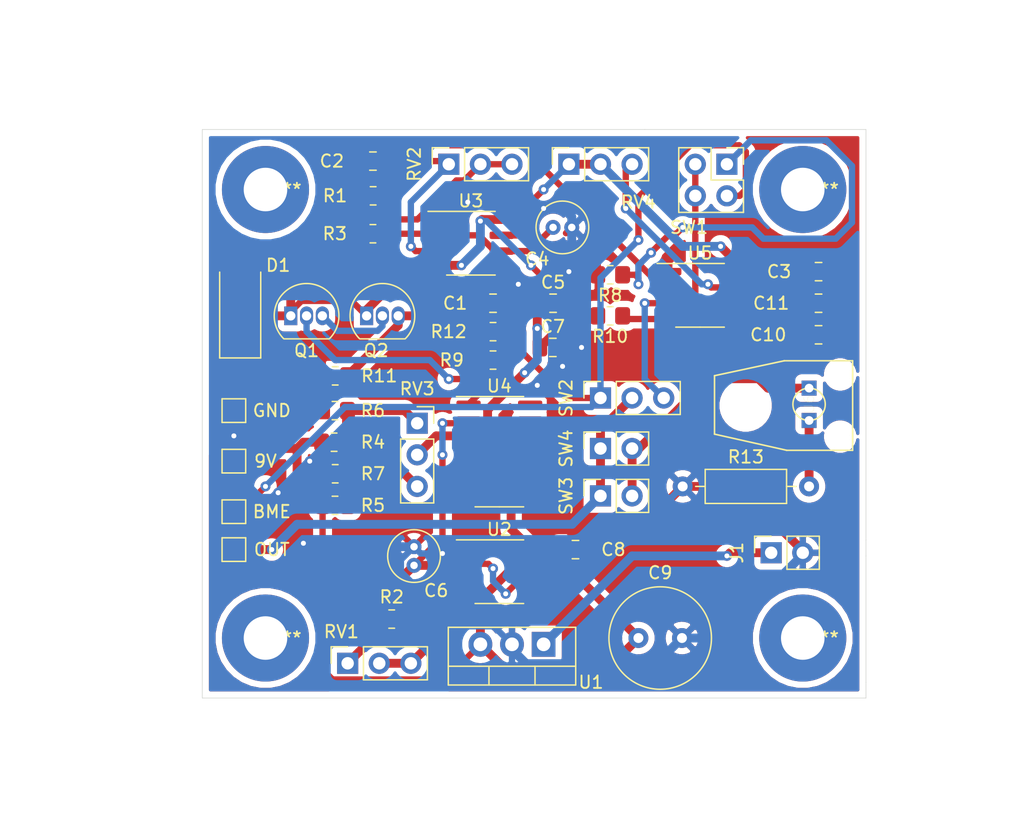
<source format=kicad_pcb>
(kicad_pcb (version 20171130) (host pcbnew "(5.1.9)-1")
  (layers (0 F.Cu signal) (31 B.Cu signal) (34 B.Paste user) (35 F.Paste user) (36 B.SilkS user) (37 F.SilkS user) (38 B.Mask user) (39 F.Mask user) (44 Edge.Cuts user))
  (net 0 "")
  (net 1 +9V)
  (net 2 "Net-(C1-Pad1)")
  (net 3 GND)
  (net 4 "Net-(C4-Pad1)")
  (net 5 "Net-(C6-Pad1)")
  (net 6 "Net-(C10-Pad1)")
  (net 7 "Net-(J1-Pad1)")
  (net 8 BME)
  (net 9 "Net-(Q1-Pad3)")
  (net 10 "Net-(Q1-Pad2)")
  (net 11 "Net-(Q2-Pad3)")
  (net 12 "Net-(U2-Pad7)")
  (net 13 "Net-(U2-Pad5)")
  (net 14 "Net-(C11-Pad2)")
  (net 15 "Net-(C2-Pad2)")
  (net 16 "Net-(C2-Pad1)")
  (net 17 "Net-(R2-Pad1)")
  (net 18 "Net-(R3-Pad1)")
  (net 19 "Net-(R4-Pad2)")
  (net 20 "Net-(R5-Pad1)")
  (net 21 "Net-(R8-Pad1)")
  (net 22 "Net-(R9-Pad1)")
  (net 23 "Net-(R10-Pad1)")
  (net 24 "Net-(R13-Pad2)")
  (net 25 "Net-(RV1-Pad2)")
  (net 26 "Net-(RV3-Pad2)")
  (net 27 OUT)
  (net 28 "Net-(SW3-Pad2)")
  (net 29 "Net-(SW2-Pad3)")
  (module MountingHole:MountingHole_3.5mm_Pad (layer F.Cu) (at 177.8 79.756)
    (fp_text reference REF** (at 0.762 0) (layer F.SilkS))
    (fp_text value MountingHole_3.5mm_Pad)
    (pad 1 thru_hole circle (at 0 0) (size 7 7) (drill 3.5) (layers *.Cu *.Mask))
  )
  (module MountingHole:MountingHole_3.5mm_Pad (layer F.Cu) (at 177.8 115.824)
    (fp_text reference REF** (at 0.762 0) (layer F.SilkS))
    (fp_text value MountingHole_3.5mm_Pad)
    (pad 1 thru_hole circle (at 0 0) (size 7 7) (drill 3.5) (layers *.Cu *.Mask))
  )
  (module MountingHole:MountingHole_3.5mm_Pad (layer F.Cu) (at 220.98 115.824)
    (fp_text reference REF** (at 0.762 0) (layer F.SilkS))
    (fp_text value MountingHole_3.5mm_Pad)
    (pad 1 thru_hole circle (at 0 0) (size 7 7) (drill 3.5) (layers *.Cu *.Mask))
  )
  (module MountingHole:MountingHole_3.5mm_Pad (layer F.Cu) (at 220.98 79.756)
    (fp_text reference REF** (at 0.762 0) (layer F.SilkS))
    (fp_text value MountingHole_3.5mm_Pad)
    (pad 1 thru_hole circle (at 0 0) (size 7 7) (drill 3.5) (layers *.Cu *.Mask))
  )
  (module Connector_PinSocket_2.54mm:PinSocket_1x02_P2.54mm_Vertical (layer F.Cu) (at 204.724 104.394 90)
    (fp_text reference SW3 (at 0 -2.77 90) (layer F.SilkS))
    (fp_text value BUTTON)
    (pad 2 thru_hole oval (at 0 2.54 90) (size 1.7 1.7) (drill 1) (layers *.Cu *.Mask) (net 28 "Net-(SW3-Pad2)"))
    (pad 1 thru_hole rect (at 0 0 90) (size 1.7 1.7) (drill 1) (layers *.Cu *.Mask) (net 27 OUT))
  )
  (module Capacitor_THT:C_Radial_D4.0mm_H7.0mm_P1.50mm (layer F.Cu) (at 200.914 82.804)
    (fp_text reference C4 (at -1.27 2.54) (layer F.SilkS))
    (fp_text value 1uF)
    (pad 2 thru_hole circle (at 1.5 0) (size 1.2 1.2) (drill 0.6) (layers *.Cu *.Mask) (net 3 GND))
    (pad 1 thru_hole circle (at 0 0) (size 1.2 1.2) (drill 0.6) (layers *.Cu *.Mask) (net 4 "Net-(C4-Pad1)"))
  )
  (module Package_TO_SOT_THT:TO-92_Inline (layer F.Cu) (at 185.928 89.916)
    (fp_text reference Q2 (at 0.762 2.794) (layer F.SilkS))
    (fp_text value BC337)
    (pad 1 thru_hole rect (at 0 0) (size 1.05 1.5) (drill 0.75) (layers *.Cu *.Mask) (net 1 +9V))
    (pad 3 thru_hole oval (at 2.54 0) (size 1.05 1.5) (drill 0.75) (layers *.Cu *.Mask) (net 11 "Net-(Q2-Pad3)"))
    (pad 2 thru_hole oval (at 1.27 0) (size 1.05 1.5) (drill 0.75) (layers *.Cu *.Mask) (net 9 "Net-(Q1-Pad3)"))
  )
  (module myfootprints:OPTO-TRANSMITTER (layer F.Cu) (at 221.488 97.028 270)
    (fp_text reference U6 (at 0 0 90) (layer F.SilkS) (effects (font (size 0.787402 0.787402) (thickness 0.015))))
    (fp_text value IFE91A)
    (pad None np_thru_hole circle (at 0.1 5.1 270) (size 3.2 3.2) (drill 3.2) (layers *.Cu *.Mask))
    (pad None np_thru_hole circle (at 2.6 -2.5 270) (size 1.6 1.6) (drill 1.6) (layers *.Cu *.Mask))
    (pad None np_thru_hole circle (at -2.4 -2.5 270) (size 1.6 1.6) (drill 1.6) (layers *.Cu *.Mask))
    (pad P$1 thru_hole rect (at 1.3 0 270) (size 1.208 1.208) (drill 0.7) (layers *.Cu *.Mask) (net 24 "Net-(R13-Pad2)"))
    (pad P$2 thru_hole rect (at -1.3 0 270) (size 1.208 1.208) (drill 0.7) (layers *.Cu *.Mask) (net 28 "Net-(SW3-Pad2)"))
  )
  (module TestPoint:TestPoint_Pad_1.5x1.5mm (layer F.Cu) (at 175.26 108.712 90)
    (fp_text reference OUT (at 0 3.048 180) (layer F.SilkS))
    (fp_text value OUT)
    (pad 1 smd rect (at 0 0 90) (size 1.5 1.5) (layers F.Cu F.Mask) (net 27 OUT))
  )
  (module TestPoint:TestPoint_Pad_1.5x1.5mm (layer F.Cu) (at 175.26 105.664)
    (fp_text reference BME (at 3.048 0) (layer F.SilkS))
    (fp_text value BME)
    (pad 1 smd rect (at 0 0) (size 1.5 1.5) (layers F.Cu F.Mask) (net 8 BME))
  )
  (module TestPoint:TestPoint_Pad_1.5x1.5mm (layer F.Cu) (at 175.26 101.6)
    (fp_text reference 9V (at 2.54 0) (layer F.SilkS))
    (fp_text value 9V)
    (pad 1 smd rect (at 0 0) (size 1.5 1.5) (layers F.Cu F.Mask) (net 1 +9V))
  )
  (module TestPoint:TestPoint_Pad_1.5x1.5mm (layer F.Cu) (at 175.26 97.536)
    (fp_text reference GND (at 3.048 0) (layer F.SilkS))
    (fp_text value GND)
    (pad 1 smd rect (at 0 0) (size 1.5 1.5) (layers F.Cu F.Mask) (net 3 GND))
  )
  (module Connector_PinSocket_2.54mm:PinSocket_1x02_P2.54mm_Vertical (layer F.Cu) (at 204.724 100.584 90)
    (fp_text reference SW4 (at 0 -2.77 90) (layer F.SilkS))
    (fp_text value SW)
    (pad 2 thru_hole oval (at 0 2.54 90) (size 1.7 1.7) (drill 1) (layers *.Cu *.Mask) (net 28 "Net-(SW3-Pad2)"))
    (pad 1 thru_hole rect (at 0 0 90) (size 1.7 1.7) (drill 1) (layers *.Cu *.Mask) (net 27 OUT))
  )
  (module Connector_PinSocket_2.54mm:PinSocket_1x03_P2.54mm_Vertical (layer F.Cu) (at 204.724 96.52 90)
    (fp_text reference SW2 (at 0 -2.77 90) (layer F.SilkS))
    (fp_text value SW_DPDT_x2)
    (pad 3 thru_hole oval (at 0 5.08 90) (size 1.7 1.7) (drill 1) (layers *.Cu *.Mask) (net 29 "Net-(SW2-Pad3)"))
    (pad 2 thru_hole oval (at 0 2.54 90) (size 1.7 1.7) (drill 1) (layers *.Cu *.Mask) (net 27 OUT))
    (pad 1 thru_hole rect (at 0 0 90) (size 1.7 1.7) (drill 1) (layers *.Cu *.Mask) (net 8 BME))
  )
  (module Connector_PinSocket_2.54mm:PinSocket_2x02_P2.54mm_Vertical (layer F.Cu) (at 214.884 77.724)
    (fp_text reference SW1 (at -3.048 5.08) (layer F.SilkS))
    (fp_text value SW_DPST)
    (pad 4 thru_hole oval (at -2.54 2.54) (size 1.7 1.7) (drill 1) (layers *.Cu *.Mask) (net 23 "Net-(R10-Pad1)"))
    (pad 3 thru_hole oval (at 0 2.54) (size 1.7 1.7) (drill 1) (layers *.Cu *.Mask) (net 8 BME))
    (pad 2 thru_hole oval (at -2.54 0) (size 1.7 1.7) (drill 1) (layers *.Cu *.Mask) (net 23 "Net-(R10-Pad1)"))
    (pad 1 thru_hole rect (at 0 0) (size 1.7 1.7) (drill 1) (layers *.Cu *.Mask) (net 21 "Net-(R8-Pad1)"))
  )
  (module Connector_PinSocket_2.54mm:PinSocket_1x03_P2.54mm_Vertical (layer F.Cu) (at 202.184 77.724 90)
    (fp_text reference RV4 (at -3.048 5.588 180) (layer F.SilkS))
    (fp_text value 5k)
    (pad 3 thru_hole oval (at 0 5.08 90) (size 1.7 1.7) (drill 1) (layers *.Cu *.Mask) (net 14 "Net-(C11-Pad2)"))
    (pad 2 thru_hole oval (at 0 2.54 90) (size 1.7 1.7) (drill 1) (layers *.Cu *.Mask) (net 1 +9V))
    (pad 1 thru_hole rect (at 0 0 90) (size 1.7 1.7) (drill 1) (layers *.Cu *.Mask) (net 1 +9V))
  )
  (module Connector_PinSocket_2.54mm:PinSocket_1x03_P2.54mm_Vertical (layer F.Cu) (at 189.992 98.552)
    (fp_text reference RV3 (at 0 -2.77) (layer F.SilkS))
    (fp_text value 10k)
    (pad 3 thru_hole oval (at 0 5.08) (size 1.7 1.7) (drill 1) (layers *.Cu *.Mask) (net 20 "Net-(R5-Pad1)"))
    (pad 2 thru_hole oval (at 0 2.54) (size 1.7 1.7) (drill 1) (layers *.Cu *.Mask) (net 26 "Net-(RV3-Pad2)"))
    (pad 1 thru_hole rect (at 0 0) (size 1.7 1.7) (drill 1) (layers *.Cu *.Mask) (net 19 "Net-(R4-Pad2)"))
  )
  (module Connector_PinSocket_2.54mm:PinSocket_1x03_P2.54mm_Vertical (layer F.Cu) (at 192.532 77.724 90)
    (fp_text reference RV2 (at 0 -2.77 90) (layer F.SilkS))
    (fp_text value 50k)
    (pad 3 thru_hole oval (at 0 5.08 90) (size 1.7 1.7) (drill 1) (layers *.Cu *.Mask) (net 18 "Net-(R3-Pad1)"))
    (pad 2 thru_hole oval (at 0 2.54 90) (size 1.7 1.7) (drill 1) (layers *.Cu *.Mask) (net 18 "Net-(R3-Pad1)"))
    (pad 1 thru_hole rect (at 0 0 90) (size 1.7 1.7) (drill 1) (layers *.Cu *.Mask) (net 15 "Net-(C2-Pad2)"))
  )
  (module Connector_PinSocket_2.54mm:PinSocket_1x03_P2.54mm_Vertical (layer F.Cu) (at 184.404 117.856 90)
    (fp_text reference RV1 (at 2.54 -0.508 180) (layer F.SilkS))
    (fp_text value 5k)
    (pad 3 thru_hole oval (at 0 5.08 90) (size 1.7 1.7) (drill 1) (layers *.Cu *.Mask) (net 25 "Net-(RV1-Pad2)"))
    (pad 2 thru_hole oval (at 0 2.54 90) (size 1.7 1.7) (drill 1) (layers *.Cu *.Mask) (net 25 "Net-(RV1-Pad2)"))
    (pad 1 thru_hole rect (at 0 0 90) (size 1.7 1.7) (drill 1) (layers *.Cu *.Mask) (net 17 "Net-(R2-Pad1)"))
  )
  (module Resistor_THT:R_Axial_DIN0207_L6.3mm_D2.5mm_P10.16mm_Horizontal (layer F.Cu) (at 211.328 103.632)
    (fp_text reference R13 (at 5.08 -2.37) (layer F.SilkS))
    (fp_text value R)
    (pad 2 thru_hole oval (at 10.16 0) (size 1.6 1.6) (drill 0.8) (layers *.Cu *.Mask) (net 24 "Net-(R13-Pad2)"))
    (pad 1 thru_hole circle (at 0 0) (size 1.6 1.6) (drill 0.8) (layers *.Cu *.Mask) (net 3 GND))
  )
  (module Resistor_SMD:R_0805_2012Metric_Pad1.20x1.40mm_HandSolder (layer F.Cu) (at 205.502 89.916 180)
    (fp_text reference R10 (at 0 -1.65) (layer F.SilkS))
    (fp_text value 100k)
    (pad 2 smd roundrect (at 1 0 180) (size 1.2 1.4) (layers F.Cu F.Paste F.Mask) (roundrect_rratio 0.208333) (net 1 +9V))
    (pad 1 smd roundrect (at -1 0 180) (size 1.2 1.4) (layers F.Cu F.Paste F.Mask) (roundrect_rratio 0.208333) (net 23 "Net-(R10-Pad1)"))
  )
  (module Resistor_SMD:R_0805_2012Metric_Pad1.20x1.40mm_HandSolder (layer F.Cu) (at 183.404 102.616)
    (fp_text reference R7 (at 3.032 0) (layer F.SilkS))
    (fp_text value 2k)
    (pad 2 smd roundrect (at 1 0) (size 1.2 1.4) (layers F.Cu F.Paste F.Mask) (roundrect_rratio 0.208333) (net 20 "Net-(R5-Pad1)"))
    (pad 1 smd roundrect (at -1 0) (size 1.2 1.4) (layers F.Cu F.Paste F.Mask) (roundrect_rratio 0.208333) (net 3 GND))
  )
  (module Resistor_SMD:R_0805_2012Metric_Pad1.20x1.40mm_HandSolder (layer F.Cu) (at 183.388 97.536 180)
    (fp_text reference R6 (at -3.048 0) (layer F.SilkS))
    (fp_text value 1.1k)
    (pad 2 smd roundrect (at 1 0 180) (size 1.2 1.4) (layers F.Cu F.Paste F.Mask) (roundrect_rratio 0.208333) (net 3 GND))
    (pad 1 smd roundrect (at -1 0 180) (size 1.2 1.4) (layers F.Cu F.Paste F.Mask) (roundrect_rratio 0.208333) (net 19 "Net-(R4-Pad2)"))
  )
  (module Resistor_SMD:R_0805_2012Metric_Pad1.20x1.40mm_HandSolder (layer F.Cu) (at 183.388 105.156 180)
    (fp_text reference R5 (at -3.048 0) (layer F.SilkS))
    (fp_text value 3.3k)
    (pad 2 smd roundrect (at 1 0 180) (size 1.2 1.4) (layers F.Cu F.Paste F.Mask) (roundrect_rratio 0.208333) (net 1 +9V))
    (pad 1 smd roundrect (at -1 0 180) (size 1.2 1.4) (layers F.Cu F.Paste F.Mask) (roundrect_rratio 0.208333) (net 20 "Net-(R5-Pad1)"))
  )
  (module Resistor_SMD:R_0805_2012Metric_Pad1.20x1.40mm_HandSolder (layer F.Cu) (at 183.314 100.076)
    (fp_text reference R4 (at 3.122 0) (layer F.SilkS))
    (fp_text value 2.2k)
    (pad 2 smd roundrect (at 1 0) (size 1.2 1.4) (layers F.Cu F.Paste F.Mask) (roundrect_rratio 0.208333) (net 19 "Net-(R4-Pad2)"))
    (pad 1 smd roundrect (at -1 0) (size 1.2 1.4) (layers F.Cu F.Paste F.Mask) (roundrect_rratio 0.208333) (net 1 +9V))
  )
  (module Capacitor_SMD:C_0805_2012Metric_Pad1.18x1.45mm_HandSolder (layer F.Cu) (at 196.088 88.9)
    (fp_text reference C1 (at -3.048 0) (layer F.SilkS))
    (fp_text value 10nF)
    (pad 2 smd roundrect (at 1.0375 0) (size 1.175 1.45) (layers F.Cu F.Paste F.Mask) (roundrect_rratio 0.212766) (net 3 GND))
    (pad 1 smd roundrect (at -1.0375 0) (size 1.175 1.45) (layers F.Cu F.Paste F.Mask) (roundrect_rratio 0.212766) (net 2 "Net-(C1-Pad1)"))
  )
  (module Diode_SMD:D_SMA_Handsoldering (layer F.Cu) (at 175.768 88.9 90)
    (fp_text reference D1 (at 3.048 3.048 180) (layer F.SilkS))
    (fp_text value 1n4007)
    (pad 2 smd rect (at 2.5 0 90) (size 3.5 1.8) (layers F.Cu F.Paste F.Mask) (net 16 "Net-(C2-Pad1)"))
    (pad 1 smd rect (at -2.5 0 90) (size 3.5 1.8) (layers F.Cu F.Paste F.Mask) (net 1 +9V))
  )
  (module Package_SO:SOIC-8_3.9x4.9mm_P1.27mm (layer F.Cu) (at 212.725 88.265)
    (fp_text reference U5 (at 0 -3.4) (layer F.SilkS))
    (fp_text value NE555D)
    (pad 8 smd roundrect (at 2.475 -1.905) (size 1.95 0.6) (layers F.Cu F.Paste F.Mask) (net 1 +9V))
    (pad 7 smd roundrect (at 2.475 -0.635) (size 1.95 0.6) (layers F.Cu F.Paste F.Mask) (net 14 "Net-(C11-Pad2)"))
    (pad 6 smd roundrect (at 2.475 0.635) (size 1.95 0.6) (layers F.Cu F.Paste F.Mask) (net 14 "Net-(C11-Pad2)"))
    (pad 5 smd roundrect (at 2.475 1.905) (size 1.95 0.6) (layers F.Cu F.Paste F.Mask) (net 6 "Net-(C10-Pad1)"))
    (pad 4 smd roundrect (at -2.475 1.905) (size 1.95 0.6) (layers F.Cu F.Paste F.Mask) (net 23 "Net-(R10-Pad1)"))
    (pad 3 smd roundrect (at -2.475 0.635) (size 1.95 0.6) (layers F.Cu F.Paste F.Mask) (net 29 "Net-(SW2-Pad3)"))
    (pad 2 smd roundrect (at -2.475 -0.635) (size 1.95 0.6) (layers F.Cu F.Paste F.Mask) (net 16 "Net-(C2-Pad1)"))
    (pad 1 smd roundrect (at -2.475 -1.905) (size 1.95 0.6) (layers F.Cu F.Paste F.Mask) (net 3 GND))
  )
  (module Package_SO:SOIC-14_3.9x8.7mm_P1.27mm (layer F.Cu) (at 196.596 100.838)
    (fp_text reference U4 (at 0 -5.28) (layer F.SilkS))
    (fp_text value LM324)
    (pad 14 smd roundrect (at 2.475 -3.81) (size 1.95 0.6) (layers F.Cu F.Paste F.Mask))
    (pad 13 smd roundrect (at 2.475 -2.54) (size 1.95 0.6) (layers F.Cu F.Paste F.Mask))
    (pad 12 smd roundrect (at 2.475 -1.27) (size 1.95 0.6) (layers F.Cu F.Paste F.Mask))
    (pad 11 smd roundrect (at 2.475 0) (size 1.95 0.6) (layers F.Cu F.Paste F.Mask) (net 3 GND))
    (pad 10 smd roundrect (at 2.475 1.27) (size 1.95 0.6) (layers F.Cu F.Paste F.Mask))
    (pad 9 smd roundrect (at 2.475 2.54) (size 1.95 0.6) (layers F.Cu F.Paste F.Mask))
    (pad 8 smd roundrect (at 2.475 3.81) (size 1.95 0.6) (layers F.Cu F.Paste F.Mask))
    (pad 7 smd roundrect (at -2.475 3.81) (size 1.95 0.6) (layers F.Cu F.Paste F.Mask))
    (pad 6 smd roundrect (at -2.475 2.54) (size 1.95 0.6) (layers F.Cu F.Paste F.Mask))
    (pad 5 smd roundrect (at -2.475 1.27) (size 1.95 0.6) (layers F.Cu F.Paste F.Mask))
    (pad 4 smd roundrect (at -2.475 0) (size 1.95 0.6) (layers F.Cu F.Paste F.Mask) (net 1 +9V))
    (pad 3 smd roundrect (at -2.475 -1.27) (size 1.95 0.6) (layers F.Cu F.Paste F.Mask) (net 26 "Net-(RV3-Pad2)"))
    (pad 2 smd roundrect (at -2.475 -2.54) (size 1.95 0.6) (layers F.Cu F.Paste F.Mask) (net 5 "Net-(C6-Pad1)"))
    (pad 1 smd roundrect (at -2.475 -3.81) (size 1.95 0.6) (layers F.Cu F.Paste F.Mask) (net 22 "Net-(R9-Pad1)"))
  )
  (module Package_SO:SOIC-8_3.9x4.9mm_P1.27mm (layer F.Cu) (at 194.31 84.074)
    (fp_text reference U3 (at 0 -3.4) (layer F.SilkS))
    (fp_text value NE555D)
    (pad 8 smd roundrect (at 2.475 -1.905) (size 1.95 0.6) (layers F.Cu F.Paste F.Mask) (net 1 +9V))
    (pad 7 smd roundrect (at 2.475 -0.635) (size 1.95 0.6) (layers F.Cu F.Paste F.Mask) (net 3 GND))
    (pad 6 smd roundrect (at 2.475 0.635) (size 1.95 0.6) (layers F.Cu F.Paste F.Mask) (net 4 "Net-(C4-Pad1)"))
    (pad 5 smd roundrect (at 2.475 1.905) (size 1.95 0.6) (layers F.Cu F.Paste F.Mask) (net 2 "Net-(C1-Pad1)"))
    (pad 4 smd roundrect (at -2.475 1.905) (size 1.95 0.6) (layers F.Cu F.Paste F.Mask) (net 1 +9V))
    (pad 3 smd roundrect (at -2.475 0.635) (size 1.95 0.6) (layers F.Cu F.Paste F.Mask) (net 15 "Net-(C2-Pad2)"))
    (pad 2 smd roundrect (at -2.475 -0.635) (size 1.95 0.6) (layers F.Cu F.Paste F.Mask) (net 4 "Net-(C4-Pad1)"))
    (pad 1 smd roundrect (at -2.475 -1.905) (size 1.95 0.6) (layers F.Cu F.Paste F.Mask) (net 3 GND))
  )
  (module Package_SO:SOIC-8_3.9x4.9mm_P1.27mm (layer F.Cu) (at 196.596 110.49)
    (fp_text reference U2 (at 0 -3.4) (layer F.SilkS))
    (fp_text value NE555D)
    (pad 8 smd roundrect (at 2.475 -1.905) (size 1.95 0.6) (layers F.Cu F.Paste F.Mask) (net 1 +9V))
    (pad 7 smd roundrect (at 2.475 -0.635) (size 1.95 0.6) (layers F.Cu F.Paste F.Mask) (net 12 "Net-(U2-Pad7)"))
    (pad 6 smd roundrect (at 2.475 0.635) (size 1.95 0.6) (layers F.Cu F.Paste F.Mask) (net 5 "Net-(C6-Pad1)"))
    (pad 5 smd roundrect (at 2.475 1.905) (size 1.95 0.6) (layers F.Cu F.Paste F.Mask) (net 13 "Net-(U2-Pad5)"))
    (pad 4 smd roundrect (at -2.475 1.905) (size 1.95 0.6) (layers F.Cu F.Paste F.Mask) (net 1 +9V))
    (pad 3 smd roundrect (at -2.475 0.635) (size 1.95 0.6) (layers F.Cu F.Paste F.Mask) (net 25 "Net-(RV1-Pad2)"))
    (pad 2 smd roundrect (at -2.475 -0.635) (size 1.95 0.6) (layers F.Cu F.Paste F.Mask) (net 5 "Net-(C6-Pad1)"))
    (pad 1 smd roundrect (at -2.475 -1.905) (size 1.95 0.6) (layers F.Cu F.Paste F.Mask) (net 3 GND))
  )
  (module Package_TO_SOT_THT:TO-220-3_Vertical (layer F.Cu) (at 200.152 116.332 180)
    (fp_text reference U1 (at -3.81 -3.048) (layer F.SilkS))
    (fp_text value LM7809_TO220)
    (pad 3 thru_hole oval (at 5.08 0 180) (size 1.905 2) (drill 1.1) (layers *.Cu *.Mask) (net 1 +9V))
    (pad 2 thru_hole oval (at 2.54 0 180) (size 1.905 2) (drill 1.1) (layers *.Cu *.Mask) (net 3 GND))
    (pad 1 thru_hole rect (at 0 0 180) (size 1.905 2) (drill 1.1) (layers *.Cu *.Mask) (net 7 "Net-(J1-Pad1)"))
  )
  (module Resistor_SMD:R_0805_2012Metric_Pad1.20x1.40mm_HandSolder (layer F.Cu) (at 196.088 91.186)
    (fp_text reference R12 (at -3.572 0) (layer F.SilkS))
    (fp_text value 1k)
    (pad 2 smd roundrect (at 1 0) (size 1.2 1.4) (layers F.Cu F.Paste F.Mask) (roundrect_rratio 0.2083325) (net 8 BME))
    (pad 1 smd roundrect (at -1 0) (size 1.2 1.4) (layers F.Cu F.Paste F.Mask) (roundrect_rratio 0.2083325) (net 11 "Net-(Q2-Pad3)"))
  )
  (module Resistor_SMD:R_0805_2012Metric_Pad1.20x1.40mm_HandSolder (layer F.Cu) (at 183.404 94.742)
    (fp_text reference R11 (at 3.54 0) (layer F.SilkS))
    (fp_text value 22k)
    (pad 2 smd roundrect (at 1 0) (size 1.2 1.4) (layers F.Cu F.Paste F.Mask) (roundrect_rratio 0.2083325) (net 11 "Net-(Q2-Pad3)"))
    (pad 1 smd roundrect (at -1 0) (size 1.2 1.4) (layers F.Cu F.Paste F.Mask) (roundrect_rratio 0.2083325) (net 3 GND))
  )
  (module Resistor_SMD:R_0805_2012Metric_Pad1.20x1.40mm_HandSolder (layer F.Cu) (at 196.088 93.472 180)
    (fp_text reference R9 (at 3.318 0) (layer F.SilkS))
    (fp_text value 100R)
    (pad 2 smd roundrect (at 1 0 180) (size 1.2 1.4) (layers F.Cu F.Paste F.Mask) (roundrect_rratio 0.2083325) (net 10 "Net-(Q1-Pad2)"))
    (pad 1 smd roundrect (at -1 0 180) (size 1.2 1.4) (layers F.Cu F.Paste F.Mask) (roundrect_rratio 0.2083325) (net 22 "Net-(R9-Pad1)"))
  )
  (module Resistor_SMD:R_0805_2012Metric_Pad1.20x1.40mm_HandSolder (layer F.Cu) (at 205.502 86.614 180)
    (fp_text reference R8 (at 0 -1.65) (layer F.SilkS))
    (fp_text value 1k)
    (pad 2 smd roundrect (at 1 0 180) (size 1.2 1.4) (layers F.Cu F.Paste F.Mask) (roundrect_rratio 0.2083325) (net 3 GND))
    (pad 1 smd roundrect (at -1 0 180) (size 1.2 1.4) (layers F.Cu F.Paste F.Mask) (roundrect_rratio 0.2083325) (net 21 "Net-(R8-Pad1)"))
  )
  (module Resistor_SMD:R_0805_2012Metric_Pad1.20x1.40mm_HandSolder (layer F.Cu) (at 186.436 83.312)
    (fp_text reference R3 (at -3.064 0) (layer F.SilkS))
    (fp_text value 6.8k)
    (pad 2 smd roundrect (at 1 0) (size 1.2 1.4) (layers F.Cu F.Paste F.Mask) (roundrect_rratio 0.2083325) (net 4 "Net-(C4-Pad1)"))
    (pad 1 smd roundrect (at -1 0) (size 1.2 1.4) (layers F.Cu F.Paste F.Mask) (roundrect_rratio 0.2083325) (net 18 "Net-(R3-Pad1)"))
  )
  (module Resistor_SMD:R_0805_2012Metric_Pad1.20x1.40mm_HandSolder (layer F.Cu) (at 186.452 80.264)
    (fp_text reference R1 (at -3.064 0) (layer F.SilkS))
    (fp_text value 1k)
    (pad 2 smd roundrect (at 1 0) (size 1.2 1.4) (layers F.Cu F.Paste F.Mask) (roundrect_rratio 0.2083325) (net 16 "Net-(C2-Pad1)"))
    (pad 1 smd roundrect (at -1 0) (size 1.2 1.4) (layers F.Cu F.Paste F.Mask) (roundrect_rratio 0.2083325) (net 1 +9V))
  )
  (module Resistor_SMD:R_0805_2012Metric_Pad1.20x1.40mm_HandSolder (layer F.Cu) (at 187.944 114.3 180)
    (fp_text reference R2 (at 0 1.778) (layer F.SilkS))
    (fp_text value 4.7k)
    (pad 2 smd roundrect (at 1 0 180) (size 1.2 1.4) (layers F.Cu F.Paste F.Mask) (roundrect_rratio 0.2083325) (net 5 "Net-(C6-Pad1)"))
    (pad 1 smd roundrect (at -1 0 180) (size 1.2 1.4) (layers F.Cu F.Paste F.Mask) (roundrect_rratio 0.2083325) (net 17 "Net-(R2-Pad1)"))
  )
  (module Package_TO_SOT_THT:TO-92_Inline (layer F.Cu) (at 179.832 89.916)
    (fp_text reference Q1 (at 1.27 2.794) (layer F.SilkS))
    (fp_text value BC337)
    (pad 1 thru_hole rect (at 0 0) (size 1.05 1.5) (drill 0.75) (layers *.Cu *.Mask) (net 1 +9V))
    (pad 3 thru_hole oval (at 2.54 0) (size 1.05 1.5) (drill 0.75) (layers *.Cu *.Mask) (net 9 "Net-(Q1-Pad3)"))
    (pad 2 thru_hole oval (at 1.27 0) (size 1.05 1.5) (drill 0.75) (layers *.Cu *.Mask) (net 10 "Net-(Q1-Pad2)"))
  )
  (module Connector_PinSocket_2.54mm:PinSocket_1x02_P2.54mm_Vertical (layer F.Cu) (at 218.44 108.966 90)
    (fp_text reference J1 (at 0 -2.77 90) (layer F.SilkS))
    (fp_text value POWER)
    (pad 2 thru_hole oval (at 0 2.54 90) (size 1.7 1.7) (drill 1) (layers *.Cu *.Mask) (net 3 GND))
    (pad 1 thru_hole rect (at 0 0 90) (size 1.7 1.7) (drill 1) (layers *.Cu *.Mask) (net 7 "Net-(J1-Pad1)"))
  )
  (module Capacitor_SMD:C_0805_2012Metric_Pad1.18x1.45mm_HandSolder (layer F.Cu) (at 222.25 88.9 180)
    (fp_text reference C11 (at 3.81 0) (layer F.SilkS))
    (fp_text value 47nF)
    (pad 2 smd roundrect (at 1.0375 0 180) (size 1.175 1.45) (layers F.Cu F.Paste F.Mask) (roundrect_rratio 0.2127659574468085) (net 14 "Net-(C11-Pad2)"))
    (pad 1 smd roundrect (at -1.0375 0 180) (size 1.175 1.45) (layers F.Cu F.Paste F.Mask) (roundrect_rratio 0.2127659574468085) (net 3 GND))
  )
  (module Capacitor_SMD:C_0805_2012Metric_Pad1.18x1.45mm_HandSolder (layer F.Cu) (at 222.25 91.44)
    (fp_text reference C10 (at -4.0425 0) (layer F.SilkS))
    (fp_text value 100nF)
    (pad 2 smd roundrect (at 1.0375 0) (size 1.175 1.45) (layers F.Cu F.Paste F.Mask) (roundrect_rratio 0.2127659574468085) (net 3 GND))
    (pad 1 smd roundrect (at -1.0375 0) (size 1.175 1.45) (layers F.Cu F.Paste F.Mask) (roundrect_rratio 0.2127659574468085) (net 6 "Net-(C10-Pad1)"))
  )
  (module Capacitor_THT:C_Radial_D8.0mm_H11.5mm_P3.50mm (layer F.Cu) (at 207.772 115.824)
    (fp_text reference C9 (at 1.75 -5.25) (layer F.SilkS))
    (fp_text value 100uF)
    (pad 2 thru_hole circle (at 3.5 0) (size 1.6 1.6) (drill 0.8) (layers *.Cu *.Mask) (net 3 GND))
    (pad 1 thru_hole circle (at 0 0) (size 1.6 1.6) (drill 0.8) (layers *.Cu *.Mask) (net 1 +9V))
  )
  (module Capacitor_SMD:C_0805_2012Metric_Pad1.18x1.45mm_HandSolder (layer F.Cu) (at 202.7135 108.712)
    (fp_text reference C8 (at 3.048 0) (layer F.SilkS))
    (fp_text value 100nF)
    (pad 2 smd roundrect (at 1.0375 0) (size 1.175 1.45) (layers F.Cu F.Paste F.Mask) (roundrect_rratio 0.2127659574468085) (net 3 GND))
    (pad 1 smd roundrect (at -1.0375 0) (size 1.175 1.45) (layers F.Cu F.Paste F.Mask) (roundrect_rratio 0.2127659574468085) (net 1 +9V))
  )
  (module Capacitor_SMD:C_0805_2012Metric_Pad1.18x1.45mm_HandSolder (layer F.Cu) (at 200.8925 92.456)
    (fp_text reference C7 (at 0 -1.68) (layer F.SilkS))
    (fp_text value 100nF)
    (pad 2 smd roundrect (at 1.0375 0) (size 1.175 1.45) (layers F.Cu F.Paste F.Mask) (roundrect_rratio 0.2127659574468085) (net 3 GND))
    (pad 1 smd roundrect (at -1.0375 0) (size 1.175 1.45) (layers F.Cu F.Paste F.Mask) (roundrect_rratio 0.2127659574468085) (net 1 +9V))
  )
  (module Capacitor_THT:C_Radial_D4.0mm_H7.0mm_P1.50mm (layer F.Cu) (at 189.738 109.982 90)
    (fp_text reference C6 (at -2.032 1.778 180) (layer F.SilkS))
    (fp_text value 33uF)
    (pad 2 thru_hole circle (at 1.5 0 90) (size 1.2 1.2) (drill 0.6) (layers *.Cu *.Mask) (net 3 GND))
    (pad 1 thru_hole circle (at 0 0 90) (size 1.2 1.2) (drill 0.6) (layers *.Cu *.Mask) (net 5 "Net-(C6-Pad1)"))
  )
  (module Capacitor_SMD:C_0805_2012Metric_Pad1.18x1.45mm_HandSolder (layer F.Cu) (at 200.914 88.9)
    (fp_text reference C5 (at 0 -1.68) (layer F.SilkS))
    (fp_text value 100nF)
    (pad 2 smd roundrect (at 1.0375 0) (size 1.175 1.45) (layers F.Cu F.Paste F.Mask) (roundrect_rratio 0.2127659574468085) (net 3 GND))
    (pad 1 smd roundrect (at -1.0375 0) (size 1.175 1.45) (layers F.Cu F.Paste F.Mask) (roundrect_rratio 0.2127659574468085) (net 1 +9V))
  )
  (module Capacitor_SMD:C_0805_2012Metric_Pad1.18x1.45mm_HandSolder (layer F.Cu) (at 222.25 86.36)
    (fp_text reference C3 (at -3.175 0) (layer F.SilkS))
    (fp_text value 100nF)
    (pad 2 smd roundrect (at 1.0375 0) (size 1.175 1.45) (layers F.Cu F.Paste F.Mask) (roundrect_rratio 0.2127659574468085) (net 3 GND))
    (pad 1 smd roundrect (at -1.0375 0) (size 1.175 1.45) (layers F.Cu F.Paste F.Mask) (roundrect_rratio 0.2127659574468085) (net 1 +9V))
  )
  (module Capacitor_SMD:C_0805_2012Metric_Pad1.18x1.45mm_HandSolder (layer F.Cu) (at 186.436 77.47)
    (fp_text reference C2 (at -3.302 0) (layer F.SilkS))
    (fp_text value 10nF)
    (pad 2 smd roundrect (at 1.0375 0) (size 1.175 1.45) (layers F.Cu F.Paste F.Mask) (roundrect_rratio 0.2127659574468085) (net 15 "Net-(C2-Pad2)"))
    (pad 1 smd roundrect (at -1.0375 0) (size 1.175 1.45) (layers F.Cu F.Paste F.Mask) (roundrect_rratio 0.2127659574468085) (net 16 "Net-(C2-Pad1)"))
  )
  (gr_line (start 172.72 74.93) (end 172.72 120.65) (layer Edge.Cuts) (width 0.05))
  (gr_line (start 172.72 120.65) (end 226.06 120.65) (layer Edge.Cuts) (width 0.05))
  (gr_line (start 208.28 74.93) (end 172.72 74.93) (layer Edge.Cuts) (width 0.05))
  (gr_line (start 226.06 109.22) (end 226.06 107.95) (layer Edge.Cuts) (width 0.05))
  (gr_line (start 226.06 119.38) (end 226.06 120.65) (layer Edge.Cuts) (width 0.05))
  (gr_line (start 226.06 109.22) (end 226.06 119.38) (layer Edge.Cuts) (width 0.05))
  (gr_line (start 226.06 107.95) (end 226.06 74.93) (layer Edge.Cuts) (width 0.05))
  (gr_line (start 208.28 74.93) (end 226.06 74.93) (layer Edge.Cuts) (width 0.05))
  (segment (start 194.823884 100.838) (end 194.121 100.838) (width 0.7112) (layer F.Cu) (net 1))
  (segment (start 199.855 88.9215) (end 199.8765 88.9) (width 0.7112) (layer F.Cu) (net 1))
  (segment (start 175.26 91.908) (end 175.768 91.4) (width 0.7112) (layer F.Cu) (net 1))
  (segment (start 177.252 89.916) (end 175.768 91.4) (width 0.7112) (layer F.Cu) (net 1))
  (segment (start 179.832 89.916) (end 177.252 89.916) (width 0.7112) (layer F.Cu) (net 1))
  (segment (start 180.34 103.108) (end 182.388 105.156) (width 0.7112) (layer F.Cu) (net 1))
  (segment (start 180.34 100.584) (end 180.34 103.108) (width 0.7112) (layer F.Cu) (net 1))
  (segment (start 180.848 100.076) (end 180.34 100.584) (width 0.7112) (layer F.Cu) (net 1))
  (segment (start 182.314 100.076) (end 180.848 100.076) (width 0.7112) (layer F.Cu) (net 1))
  (segment (start 176.276 100.584) (end 175.26 101.6) (width 0.7112) (layer F.Cu) (net 1))
  (segment (start 180.34 100.584) (end 176.276 100.584) (width 0.7112) (layer F.Cu) (net 1))
  (segment (start 173.954399 93.213601) (end 175.768 91.4) (width 0.7112) (layer F.Cu) (net 1))
  (segment (start 173.954399 100.294399) (end 173.954399 93.213601) (width 0.7112) (layer F.Cu) (net 1))
  (segment (start 175.26 101.6) (end 173.954399 100.294399) (width 0.7112) (layer F.Cu) (net 1))
  (segment (start 195.072 113.346) (end 194.121 112.395) (width 0.7112) (layer F.Cu) (net 1))
  (segment (start 195.072 116.332) (end 195.072 113.346) (width 0.7112) (layer F.Cu) (net 1))
  (segment (start 198.368116 108.585) (end 199.071 108.585) (width 0.7112) (layer F.Cu) (net 1))
  (segment (start 197.54039 109.412726) (end 198.368116 108.585) (width 0.7112) (layer F.Cu) (net 1))
  (segment (start 197.54039 110.297274) (end 197.54039 109.412726) (width 0.7112) (layer F.Cu) (net 1))
  (segment (start 195.442664 112.395) (end 197.54039 110.297274) (width 0.7112) (layer F.Cu) (net 1))
  (segment (start 194.121 112.395) (end 195.442664 112.395) (width 0.7112) (layer F.Cu) (net 1))
  (segment (start 201.676 109.728) (end 207.772 115.824) (width 0.7112) (layer F.Cu) (net 1))
  (segment (start 201.676 108.712) (end 201.676 109.728) (width 0.7112) (layer F.Cu) (net 1))
  (segment (start 201.549 108.585) (end 201.676 108.712) (width 0.7112) (layer F.Cu) (net 1))
  (segment (start 199.071 108.585) (end 201.549 108.585) (width 0.7112) (layer F.Cu) (net 1))
  (segment (start 195.072 116.332) (end 197.612 118.872) (width 0.7112) (layer F.Cu) (net 1))
  (segment (start 204.724 118.872) (end 207.772 115.824) (width 0.7112) (layer F.Cu) (net 1))
  (segment (start 197.612 118.872) (end 204.724 118.872) (width 0.7112) (layer F.Cu) (net 1))
  (segment (start 197.54039 107.05439) (end 199.071 108.585) (width 0.7112) (layer F.Cu) (net 1))
  (segment (start 197.54039 103.28239) (end 197.54039 107.05439) (width 0.7112) (layer F.Cu) (net 1))
  (segment (start 195.096 100.838) (end 197.54039 103.28239) (width 0.7112) (layer F.Cu) (net 1))
  (segment (start 194.121 100.838) (end 195.096 100.838) (width 0.7112) (layer F.Cu) (net 1))
  (via (at 198.628 94.488) (size 0.8) (drill 0.4) (layers F.Cu B.Cu) (net 1))
  (segment (start 195.65161 97.46439) (end 198.628 94.488) (width 0.7112) (layer F.Cu) (net 1))
  (segment (start 195.65161 100.28239) (end 195.65161 97.46439) (width 0.7112) (layer F.Cu) (net 1))
  (segment (start 195.096 100.838) (end 195.65161 100.28239) (width 0.7112) (layer F.Cu) (net 1))
  (segment (start 198.628 94.488) (end 199.644 93.472) (width 0.7112) (layer B.Cu) (net 1))
  (via (at 199.644 90.932) (size 0.8) (drill 0.4) (layers F.Cu B.Cu) (net 1))
  (segment (start 199.644 93.472) (end 199.644 90.932) (width 0.7112) (layer B.Cu) (net 1))
  (segment (start 199.644 92.245) (end 199.855 92.456) (width 0.7112) (layer F.Cu) (net 1))
  (segment (start 199.644 90.932) (end 199.644 92.245) (width 0.7112) (layer F.Cu) (net 1))
  (segment (start 199.644 89.1325) (end 199.8765 88.9) (width 0.7112) (layer F.Cu) (net 1))
  (segment (start 199.644 90.932) (end 199.644 89.1325) (width 0.7112) (layer F.Cu) (net 1))
  (segment (start 204.23739 90.18061) (end 204.502 89.916) (width 0.7112) (layer F.Cu) (net 1))
  (segment (start 202.13039 90.18061) (end 204.23739 90.18061) (width 0.7112) (layer F.Cu) (net 1))
  (segment (start 199.855 92.456) (end 202.13039 90.18061) (width 0.7112) (layer F.Cu) (net 1))
  (segment (start 202.184 77.724) (end 204.724 77.724) (width 0.7112) (layer F.Cu) (net 1))
  (via (at 195.072 82.296) (size 0.8) (drill 0.4) (layers F.Cu B.Cu) (net 1))
  (segment (start 195.199 82.169) (end 195.072 82.296) (width 0.7112) (layer F.Cu) (net 1))
  (segment (start 196.785 82.169) (end 195.199 82.169) (width 0.7112) (layer F.Cu) (net 1))
  (via (at 193.548 85.852) (size 0.8) (drill 0.4) (layers F.Cu B.Cu) (net 1))
  (segment (start 195.072 84.328) (end 193.548 85.852) (width 0.7112) (layer B.Cu) (net 1))
  (segment (start 195.072 82.296) (end 195.072 84.328) (width 0.7112) (layer B.Cu) (net 1))
  (segment (start 191.962 85.852) (end 191.835 85.979) (width 0.7112) (layer F.Cu) (net 1))
  (segment (start 193.548 85.852) (end 191.962 85.852) (width 0.7112) (layer F.Cu) (net 1))
  (segment (start 221.2125 86.36) (end 215.2 86.36) (width 0.7112) (layer F.Cu) (net 1))
  (segment (start 215.2 86.36) (end 215.2 85.152) (width 0.7112) (layer F.Cu) (net 1))
  (via (at 214.376 84.328) (size 0.8) (drill 0.4) (layers F.Cu B.Cu) (net 1))
  (segment (start 215.2 85.152) (end 214.376 84.328) (width 0.7112) (layer F.Cu) (net 1))
  (segment (start 211.328 84.328) (end 204.724 77.724) (width 0.7112) (layer B.Cu) (net 1))
  (segment (start 214.376 84.328) (end 211.328 84.328) (width 0.7112) (layer B.Cu) (net 1))
  (segment (start 189.381787 85.979) (end 191.835 85.979) (width 0.7112) (layer F.Cu) (net 1))
  (segment (start 185.928 89.432787) (end 189.381787 85.979) (width 0.7112) (layer F.Cu) (net 1))
  (segment (start 185.928 89.916) (end 185.928 89.432787) (width 0.7112) (layer F.Cu) (net 1))
  (segment (start 179.832 85.884) (end 179.832 89.916) (width 0.7112) (layer F.Cu) (net 1))
  (segment (start 185.452 80.264) (end 179.832 85.884) (width 0.7112) (layer F.Cu) (net 1))
  (segment (start 184.72399 88.71199) (end 185.928 89.916) (width 0.508) (layer F.Cu) (net 1))
  (segment (start 180.696481 88.71199) (end 184.72399 88.71199) (width 0.508) (layer F.Cu) (net 1))
  (segment (start 179.832 89.576471) (end 180.696481 88.71199) (width 0.508) (layer F.Cu) (net 1))
  (segment (start 179.832 89.916) (end 179.832 89.576471) (width 0.508) (layer F.Cu) (net 1))
  (segment (start 183.190799 119.160001) (end 192.243999 119.160001) (width 0.508) (layer F.Cu) (net 1))
  (segment (start 182.388 118.357202) (end 183.190799 119.160001) (width 0.508) (layer F.Cu) (net 1))
  (segment (start 192.243999 119.160001) (end 195.072 116.332) (width 0.508) (layer F.Cu) (net 1))
  (segment (start 182.388 105.156) (end 182.388 118.357202) (width 0.508) (layer F.Cu) (net 1))
  (via (at 199.136 85.852) (size 0.8) (drill 0.4) (layers F.Cu B.Cu) (net 1))
  (segment (start 199.8765 86.5925) (end 199.136 85.852) (width 0.508) (layer F.Cu) (net 1))
  (segment (start 199.8765 88.9) (end 199.8765 86.5925) (width 0.508) (layer F.Cu) (net 1))
  (segment (start 195.58 82.296) (end 195.072 82.296) (width 0.508) (layer B.Cu) (net 1))
  (segment (start 199.136 85.852) (end 195.58 82.296) (width 0.508) (layer B.Cu) (net 1))
  (segment (start 197.085 81.869) (end 198.039 81.869) (width 0.508) (layer F.Cu) (net 1))
  (segment (start 196.785 82.169) (end 197.085 81.869) (width 0.508) (layer F.Cu) (net 1))
  (via (at 200.152 79.756) (size 0.8) (drill 0.4) (layers F.Cu B.Cu) (net 1))
  (segment (start 198.039 81.869) (end 200.152 79.756) (width 0.508) (layer F.Cu) (net 1))
  (segment (start 200.152 79.756) (end 202.184 77.724) (width 0.508) (layer B.Cu) (net 1))
  (segment (start 196.785 87.1655) (end 195.0505 88.9) (width 0.508) (layer F.Cu) (net 2))
  (segment (start 196.785 85.979) (end 196.785 87.1655) (width 0.508) (layer F.Cu) (net 2))
  (segment (start 187.706 80.01) (end 187.452 80.264) (width 0.7112) (layer F.Cu) (net 16))
  (segment (start 196.2258 83.439) (end 196.785 83.439) (width 0.508) (layer F.Cu) (net 3))
  (segment (start 201.9515 83.2665) (end 202.414 82.804) (width 0.508) (layer F.Cu) (net 3))
  (segment (start 204.724 86.392) (end 204.502 86.614) (width 0.508) (layer F.Cu) (net 3))
  (segment (start 189.738 108.482) (end 181.126 108.482) (width 0.7112) (layer B.Cu) (net 3))
  (segment (start 181.126 108.482) (end 180.848 108.204) (width 0.7112) (layer B.Cu) (net 3))
  (via (at 180.848 108.204) (size 0.8) (drill 0.4) (layers F.Cu B.Cu) (net 3))
  (segment (start 180.848 108.204) (end 180.848 106.172) (width 0.7112) (layer F.Cu) (net 3))
  (segment (start 180.848 106.172) (end 178.816 104.14) (width 0.7112) (layer F.Cu) (net 3))
  (via (at 178.816 104.14) (size 0.8) (drill 0.4) (layers F.Cu B.Cu) (net 3))
  (via (at 181.356 101.6) (size 0.8) (drill 0.4) (layers F.Cu B.Cu) (net 3))
  (segment (start 178.816 104.14) (end 181.356 101.6) (width 0.7112) (layer B.Cu) (net 3))
  (segment (start 181.388 101.6) (end 182.404 102.616) (width 0.7112) (layer F.Cu) (net 3))
  (segment (start 181.356 101.6) (end 181.388 101.6) (width 0.7112) (layer F.Cu) (net 3))
  (segment (start 175.26 97.536) (end 182.388 97.536) (width 0.7112) (layer F.Cu) (net 3))
  (segment (start 182.388 94.758) (end 182.404 94.742) (width 0.7112) (layer F.Cu) (net 3))
  (segment (start 182.388 97.536) (end 182.388 94.758) (width 0.7112) (layer F.Cu) (net 3))
  (via (at 175.26 99.568) (size 0.8) (drill 0.4) (layers F.Cu B.Cu) (net 3))
  (segment (start 175.26 97.536) (end 175.26 99.568) (width 0.7112) (layer F.Cu) (net 3))
  (segment (start 178.368399 104.587601) (end 178.816 104.14) (width 0.7112) (layer B.Cu) (net 3))
  (segment (start 177.341311 104.587601) (end 178.368399 104.587601) (width 0.7112) (layer B.Cu) (net 3))
  (segment (start 175.26 102.50629) (end 177.341311 104.587601) (width 0.7112) (layer B.Cu) (net 3))
  (segment (start 175.26 99.568) (end 175.26 102.50629) (width 0.7112) (layer B.Cu) (net 3))
  (segment (start 202.184 107.145) (end 203.751 108.712) (width 0.7112) (layer F.Cu) (net 3))
  (segment (start 202.184 102.976) (end 202.184 107.145) (width 0.7112) (layer F.Cu) (net 3))
  (segment (start 200.046 100.838) (end 202.184 102.976) (width 0.7112) (layer F.Cu) (net 3))
  (segment (start 199.071 100.838) (end 200.046 100.838) (width 0.7112) (layer F.Cu) (net 3))
  (segment (start 206.248 108.712) (end 211.328 103.632) (width 0.7112) (layer F.Cu) (net 3))
  (segment (start 203.751 108.712) (end 206.248 108.712) (width 0.7112) (layer F.Cu) (net 3))
  (segment (start 220.98 108.805918) (end 220.98 108.966) (width 0.7112) (layer F.Cu) (net 3))
  (segment (start 215.806082 103.632) (end 220.98 108.805918) (width 0.7112) (layer F.Cu) (net 3))
  (segment (start 211.328 103.632) (end 215.806082 103.632) (width 0.7112) (layer F.Cu) (net 3))
  (segment (start 223.2875 91.44) (end 223.2875 86.36) (width 0.7112) (layer F.Cu) (net 3))
  (segment (start 209.208399 117.887601) (end 211.272 115.824) (width 0.7112) (layer B.Cu) (net 3))
  (segment (start 198.755019 117.887601) (end 209.208399 117.887601) (width 0.7112) (layer B.Cu) (net 3))
  (segment (start 197.612 116.744582) (end 198.755019 117.887601) (width 0.7112) (layer B.Cu) (net 3))
  (segment (start 197.612 116.332) (end 197.612 116.744582) (width 0.7112) (layer B.Cu) (net 3))
  (segment (start 220.98 109.126082) (end 220.98 108.966) (width 0.7112) (layer B.Cu) (net 3))
  (segment (start 214.282082 115.824) (end 220.98 109.126082) (width 0.7112) (layer B.Cu) (net 3))
  (segment (start 211.272 115.824) (end 214.282082 115.824) (width 0.7112) (layer B.Cu) (net 3))
  (via (at 203.2 92.456) (size 0.8) (drill 0.4) (layers F.Cu B.Cu) (net 3))
  (segment (start 201.93 92.456) (end 203.2 92.456) (width 0.7112) (layer F.Cu) (net 3))
  (segment (start 203.2 92.456) (end 203.2 87.376) (width 0.7112) (layer B.Cu) (net 3))
  (via (at 202.184 86.36) (size 0.8) (drill 0.4) (layers F.Cu B.Cu) (net 3))
  (segment (start 203.2 87.376) (end 202.184 86.36) (width 0.7112) (layer B.Cu) (net 3))
  (segment (start 202.184 88.6675) (end 201.9515 88.9) (width 0.7112) (layer F.Cu) (net 3))
  (segment (start 202.184 86.36) (end 202.184 88.6675) (width 0.7112) (layer F.Cu) (net 3))
  (segment (start 204.248 86.36) (end 204.502 86.614) (width 0.7112) (layer F.Cu) (net 3))
  (segment (start 202.184 86.36) (end 204.248 86.36) (width 0.7112) (layer F.Cu) (net 3))
  (via (at 200.152 81.28) (size 0.8) (drill 0.4) (layers F.Cu B.Cu) (net 3))
  (segment (start 197.993 83.439) (end 200.152 81.28) (width 0.508) (layer F.Cu) (net 3))
  (segment (start 196.785 83.439) (end 197.993 83.439) (width 0.508) (layer F.Cu) (net 3))
  (segment (start 200.152 81.28) (end 199.644 80.772) (width 0.508) (layer B.Cu) (net 3))
  (via (at 194.056 80.772) (size 0.8) (drill 0.4) (layers F.Cu B.Cu) (net 3))
  (segment (start 199.644 80.772) (end 194.056 80.772) (width 0.508) (layer B.Cu) (net 3))
  (segment (start 193.232 80.772) (end 191.835 82.169) (width 0.508) (layer F.Cu) (net 3))
  (segment (start 194.056 80.772) (end 193.232 80.772) (width 0.508) (layer F.Cu) (net 3))
  (segment (start 194.121 108.585) (end 192.61139 108.585) (width 0.508) (layer F.Cu) (net 3))
  (via (at 192.024 109.0264) (size 0.8) (drill 0.4) (layers F.Cu B.Cu) (net 3))
  (segment (start 192.16999 109.0264) (end 192.024 109.0264) (width 0.508) (layer F.Cu) (net 3))
  (segment (start 192.61139 108.585) (end 192.16999 109.0264) (width 0.508) (layer F.Cu) (net 3))
  (segment (start 190.2824 109.0264) (end 189.738 108.482) (width 0.508) (layer B.Cu) (net 3))
  (segment (start 192.024 109.0264) (end 190.2824 109.0264) (width 0.508) (layer B.Cu) (net 3))
  (segment (start 200.66 100.224) (end 200.66 96.52) (width 0.508) (layer F.Cu) (net 3))
  (segment (start 200.046 100.838) (end 200.66 100.224) (width 0.508) (layer F.Cu) (net 3))
  (via (at 199.644 95.504) (size 0.8) (drill 0.4) (layers F.Cu B.Cu) (net 3))
  (segment (start 200.66 96.52) (end 199.644 95.504) (width 0.508) (layer F.Cu) (net 3))
  (segment (start 200.152 95.504) (end 201.676 93.98) (width 0.508) (layer B.Cu) (net 3))
  (via (at 201.676 93.98) (size 0.8) (drill 0.4) (layers F.Cu B.Cu) (net 3))
  (segment (start 199.644 95.504) (end 200.152 95.504) (width 0.508) (layer B.Cu) (net 3))
  (segment (start 201.676 92.71) (end 201.93 92.456) (width 0.508) (layer F.Cu) (net 3))
  (segment (start 201.676 93.98) (end 201.676 92.71) (width 0.508) (layer F.Cu) (net 3))
  (segment (start 196.15799 114.87799) (end 197.612 116.332) (width 0.508) (layer B.Cu) (net 3))
  (segment (start 193.074068 114.87799) (end 196.15799 114.87799) (width 0.508) (layer B.Cu) (net 3))
  (segment (start 188.683999 110.487921) (end 193.074068 114.87799) (width 0.508) (layer B.Cu) (net 3))
  (segment (start 188.683999 109.536001) (end 188.683999 110.487921) (width 0.508) (layer B.Cu) (net 3))
  (segment (start 189.738 108.482) (end 188.683999 109.536001) (width 0.508) (layer B.Cu) (net 3))
  (segment (start 197.1255 88.9) (end 197.1255 88.3705) (width 0.508) (layer F.Cu) (net 3))
  (via (at 198.12 87.376) (size 0.8) (drill 0.4) (layers F.Cu B.Cu) (net 3))
  (segment (start 197.1255 88.3705) (end 198.12 87.376) (width 0.508) (layer F.Cu) (net 3))
  (segment (start 201.168 87.376) (end 202.184 86.36) (width 0.508) (layer B.Cu) (net 3))
  (segment (start 198.12 87.376) (end 201.168 87.376) (width 0.508) (layer B.Cu) (net 3))
  (segment (start 202.414 81.955472) (end 202.414 82.804) (width 0.7112) (layer B.Cu) (net 3))
  (segment (start 201.738528 81.28) (end 202.414 81.955472) (width 0.7112) (layer B.Cu) (net 3))
  (segment (start 200.152 81.28) (end 201.738528 81.28) (width 0.7112) (layer B.Cu) (net 3))
  (segment (start 202.414 86.13) (end 202.184 86.36) (width 0.7112) (layer B.Cu) (net 3))
  (segment (start 202.414 82.804) (end 202.414 86.13) (width 0.7112) (layer B.Cu) (net 3))
  (segment (start 191.708 83.312) (end 191.835 83.439) (width 0.508) (layer F.Cu) (net 4))
  (segment (start 187.436 83.312) (end 191.708 83.312) (width 0.508) (layer F.Cu) (net 4))
  (segment (start 196.2258 84.709) (end 196.785 84.709) (width 0.508) (layer F.Cu) (net 4))
  (segment (start 194.9558 83.439) (end 196.2258 84.709) (width 0.508) (layer F.Cu) (net 4))
  (segment (start 191.835 83.439) (end 194.9558 83.439) (width 0.508) (layer F.Cu) (net 4))
  (segment (start 199.009 84.709) (end 196.785 84.709) (width 0.508) (layer F.Cu) (net 4))
  (segment (start 200.914 82.804) (end 199.009 84.709) (width 0.508) (layer F.Cu) (net 4))
  (via (at 196.088 110.236) (size 0.8) (drill 0.4) (layers F.Cu B.Cu) (net 5))
  (segment (start 195.707 109.855) (end 196.088 110.236) (width 0.508) (layer F.Cu) (net 5))
  (segment (start 194.121 109.855) (end 195.707 109.855) (width 0.508) (layer F.Cu) (net 5))
  (via (at 197.104 112.268) (size 0.8) (drill 0.4) (layers F.Cu B.Cu) (net 5))
  (segment (start 196.088 111.252) (end 197.104 112.268) (width 0.508) (layer B.Cu) (net 5))
  (segment (start 196.088 110.236) (end 196.088 111.252) (width 0.508) (layer B.Cu) (net 5))
  (segment (start 198.247 111.125) (end 199.071 111.125) (width 0.508) (layer F.Cu) (net 5))
  (segment (start 197.104 112.268) (end 198.247 111.125) (width 0.508) (layer F.Cu) (net 5))
  (segment (start 186.944 112.776) (end 189.738 109.982) (width 0.7112) (layer F.Cu) (net 5))
  (segment (start 186.944 114.3) (end 186.944 112.776) (width 0.7112) (layer F.Cu) (net 5))
  (segment (start 193.994 109.982) (end 194.121 109.855) (width 0.7112) (layer F.Cu) (net 5))
  (segment (start 189.738 109.982) (end 193.994 109.982) (width 0.7112) (layer F.Cu) (net 5))
  (segment (start 189.738 109.982) (end 192.024 107.696) (width 0.508) (layer F.Cu) (net 5))
  (via (at 192.024 101.092) (size 0.8) (drill 0.4) (layers F.Cu B.Cu) (net 5))
  (segment (start 192.024 107.696) (end 192.024 101.092) (width 0.508) (layer F.Cu) (net 5))
  (via (at 192.024 98.552) (size 0.8) (drill 0.4) (layers F.Cu B.Cu) (net 5))
  (segment (start 192.024 101.092) (end 192.024 98.552) (width 0.508) (layer B.Cu) (net 5))
  (segment (start 193.867 98.552) (end 194.121 98.298) (width 0.508) (layer F.Cu) (net 5))
  (segment (start 192.024 98.552) (end 193.867 98.552) (width 0.508) (layer F.Cu) (net 5))
  (segment (start 219.9425 90.17) (end 221.2125 91.44) (width 0.508) (layer F.Cu) (net 6))
  (segment (start 215.2 90.17) (end 219.9425 90.17) (width 0.508) (layer F.Cu) (net 6))
  (via (at 214.884 109.22) (size 0.8) (drill 0.4) (layers F.Cu B.Cu) (net 7))
  (segment (start 215.138 108.966) (end 214.884 109.22) (width 0.7112) (layer F.Cu) (net 7))
  (segment (start 218.44 108.966) (end 215.138 108.966) (width 0.7112) (layer F.Cu) (net 7))
  (segment (start 207.264 109.22) (end 200.152 116.332) (width 0.7112) (layer B.Cu) (net 7))
  (segment (start 214.884 109.22) (end 207.264 109.22) (width 0.7112) (layer B.Cu) (net 7))
  (segment (start 197.469 90.805) (end 197.088 91.186) (width 0.7112) (layer F.Cu) (net 8))
  (segment (start 202.110878 96.52) (end 204.724 96.52) (width 0.508) (layer F.Cu) (net 8))
  (segment (start 198.14201 92.551132) (end 202.110878 96.52) (width 0.508) (layer F.Cu) (net 8))
  (segment (start 198.14201 92.24001) (end 198.14201 92.551132) (width 0.508) (layer F.Cu) (net 8))
  (segment (start 197.088 91.186) (end 198.14201 92.24001) (width 0.508) (layer F.Cu) (net 8))
  (segment (start 175.768 105.664) (end 177.8 103.632) (width 0.508) (layer F.Cu) (net 8))
  (via (at 177.8 103.632) (size 0.8) (drill 0.4) (layers F.Cu B.Cu) (net 8))
  (segment (start 175.26 105.664) (end 175.768 105.664) (width 0.508) (layer F.Cu) (net 8))
  (segment (start 203.996001 97.247999) (end 204.724 96.52) (width 0.508) (layer B.Cu) (net 8))
  (segment (start 184.184001 97.247999) (end 203.996001 97.247999) (width 0.508) (layer B.Cu) (net 8))
  (segment (start 177.8 103.632) (end 184.184001 97.247999) (width 0.508) (layer B.Cu) (net 8))
  (segment (start 204.724 96.52) (end 204.724 86.868) (width 0.508) (layer B.Cu) (net 8))
  (via (at 207.772 83.82) (size 0.8) (drill 0.4) (layers F.Cu B.Cu) (net 8))
  (segment (start 204.724 86.868) (end 207.772 83.82) (width 0.508) (layer B.Cu) (net 8))
  (segment (start 207.772 80.366078) (end 207.772 83.82) (width 0.508) (layer F.Cu) (net 8))
  (segment (start 211.938078 76.2) (end 207.772 80.366078) (width 0.508) (layer F.Cu) (net 8))
  (segment (start 215.877202 76.2) (end 211.938078 76.2) (width 0.508) (layer F.Cu) (net 8))
  (segment (start 216.408 76.730798) (end 215.877202 76.2) (width 0.508) (layer F.Cu) (net 8))
  (segment (start 216.408 79.756) (end 216.408 76.730798) (width 0.508) (layer F.Cu) (net 8))
  (segment (start 215.9 80.264) (end 216.408 79.756) (width 0.508) (layer F.Cu) (net 8))
  (segment (start 214.884 80.264) (end 215.9 80.264) (width 0.508) (layer F.Cu) (net 8))
  (segment (start 187.198 90.738202) (end 187.198 89.916) (width 0.508) (layer B.Cu) (net 9))
  (segment (start 183.576001 91.120001) (end 186.816201 91.120001) (width 0.508) (layer B.Cu) (net 9))
  (segment (start 186.816201 91.120001) (end 187.198 90.738202) (width 0.508) (layer B.Cu) (net 9))
  (segment (start 182.372 89.916) (end 183.576001 91.120001) (width 0.508) (layer B.Cu) (net 9))
  (segment (start 181.102 89.916) (end 181.102 90.183687) (width 0.4064) (layer B.Cu) (net 10))
  (segment (start 194.961 93.345) (end 195.088 93.472) (width 0.4064) (layer F.Cu) (net 10))
  (segment (start 181.102 91.174) (end 183.4 93.472) (width 0.508) (layer B.Cu) (net 10))
  (segment (start 181.102 89.916) (end 181.102 91.174) (width 0.508) (layer B.Cu) (net 10))
  (via (at 192.532 94.996) (size 0.8) (drill 0.4) (layers F.Cu B.Cu) (net 10))
  (segment (start 191.008 93.472) (end 192.532 94.996) (width 0.508) (layer B.Cu) (net 10))
  (segment (start 183.4 93.472) (end 191.008 93.472) (width 0.508) (layer B.Cu) (net 10))
  (segment (start 193.564 94.996) (end 195.088 93.472) (width 0.508) (layer F.Cu) (net 10))
  (segment (start 192.532 94.996) (end 193.564 94.996) (width 0.508) (layer F.Cu) (net 10))
  (segment (start 184.9 94.742) (end 184.404 94.742) (width 0.508) (layer F.Cu) (net 11))
  (segment (start 188.468 90.678) (end 188.468 89.916) (width 0.7112) (layer F.Cu) (net 11))
  (segment (start 184.404 94.742) (end 188.468 90.678) (width 0.7112) (layer F.Cu) (net 11))
  (segment (start 193.818 89.916) (end 195.088 91.186) (width 0.7112) (layer F.Cu) (net 11))
  (segment (start 188.468 89.916) (end 193.818 89.916) (width 0.7112) (layer F.Cu) (net 11))
  (segment (start 215.2 87.63) (end 215.2 88.9) (width 0.508) (layer F.Cu) (net 14))
  (segment (start 215.2 88.9) (end 221.2125 88.9) (width 0.508) (layer F.Cu) (net 14))
  (via (at 213.36 87.376) (size 0.8) (drill 0.4) (layers F.Cu B.Cu) (net 14))
  (segment (start 213.614 87.63) (end 213.36 87.376) (width 0.508) (layer F.Cu) (net 14))
  (segment (start 215.2 87.63) (end 213.614 87.63) (width 0.508) (layer F.Cu) (net 14))
  (segment (start 213.36 87.376) (end 212.852 87.376) (width 0.508) (layer B.Cu) (net 14))
  (segment (start 212.852 87.376) (end 206.756 81.28) (width 0.508) (layer B.Cu) (net 14))
  (via (at 206.756 81.28) (size 0.8) (drill 0.4) (layers F.Cu B.Cu) (net 14))
  (segment (start 206.756 78.232) (end 207.264 77.724) (width 0.508) (layer F.Cu) (net 14))
  (segment (start 206.756 81.28) (end 206.756 78.232) (width 0.508) (layer F.Cu) (net 14))
  (segment (start 192.278 77.47) (end 192.532 77.724) (width 0.508) (layer F.Cu) (net 15))
  (segment (start 187.4735 77.47) (end 192.278 77.47) (width 0.508) (layer F.Cu) (net 15))
  (segment (start 191.835 84.709) (end 189.865 84.709) (width 0.508) (layer F.Cu) (net 15))
  (segment (start 189.865 84.709) (end 189.484 84.328) (width 0.508) (layer F.Cu) (net 15))
  (via (at 189.484 84.328) (size 0.8) (drill 0.4) (layers F.Cu B.Cu) (net 15))
  (segment (start 189.484 80.772) (end 192.532 77.724) (width 0.508) (layer B.Cu) (net 15))
  (segment (start 189.484 84.328) (end 189.484 80.772) (width 0.508) (layer B.Cu) (net 15))
  (segment (start 185.3985 78.2105) (end 187.452 80.264) (width 0.508) (layer F.Cu) (net 16))
  (segment (start 185.3985 77.47) (end 185.3985 78.2105) (width 0.508) (layer F.Cu) (net 16))
  (segment (start 199.644 76.2) (end 186.6685 76.2) (width 0.508) (layer F.Cu) (net 16))
  (segment (start 199.644 77.5832) (end 199.644 76.2) (width 0.508) (layer F.Cu) (net 16))
  (segment (start 186.6685 76.2) (end 185.3985 77.47) (width 0.508) (layer F.Cu) (net 16))
  (segment (start 209.6908 87.63) (end 199.644 77.5832) (width 0.508) (layer F.Cu) (net 16))
  (segment (start 210.25 87.63) (end 209.6908 87.63) (width 0.508) (layer F.Cu) (net 16))
  (segment (start 185.3985 78.521878) (end 185.3985 77.47) (width 0.508) (layer F.Cu) (net 16))
  (segment (start 177.520378 86.4) (end 185.3985 78.521878) (width 0.508) (layer F.Cu) (net 16))
  (segment (start 175.768 86.4) (end 177.520378 86.4) (width 0.508) (layer F.Cu) (net 16))
  (segment (start 186.70439 115.55561) (end 184.404 117.856) (width 0.7112) (layer F.Cu) (net 17))
  (segment (start 187.68839 115.55561) (end 186.70439 115.55561) (width 0.7112) (layer F.Cu) (net 17))
  (segment (start 188.944 114.3) (end 187.68839 115.55561) (width 0.7112) (layer F.Cu) (net 17))
  (segment (start 193.146799 79.028001) (end 193.767999 79.028001) (width 0.508) (layer F.Cu) (net 18))
  (segment (start 193.767999 79.028001) (end 195.072 77.724) (width 0.508) (layer F.Cu) (net 18))
  (segment (start 190.01681 82.15799) (end 193.146799 79.028001) (width 0.508) (layer F.Cu) (net 18))
  (segment (start 186.59001 82.15799) (end 190.01681 82.15799) (width 0.508) (layer F.Cu) (net 18))
  (segment (start 185.436 83.312) (end 186.59001 82.15799) (width 0.508) (layer F.Cu) (net 18))
  (segment (start 195.072 77.724) (end 197.612 77.724) (width 0.508) (layer F.Cu) (net 18))
  (segment (start 184.314 97.61) (end 184.388 97.536) (width 0.7112) (layer F.Cu) (net 19))
  (segment (start 184.314 100.076) (end 184.314 97.61) (width 0.7112) (layer F.Cu) (net 19))
  (segment (start 188.976 97.536) (end 189.992 98.552) (width 0.7112) (layer F.Cu) (net 19))
  (segment (start 184.388 97.536) (end 188.976 97.536) (width 0.7112) (layer F.Cu) (net 19))
  (segment (start 188.976 102.616) (end 189.992 103.632) (width 0.7112) (layer F.Cu) (net 20))
  (segment (start 184.404 102.616) (end 188.976 102.616) (width 0.7112) (layer F.Cu) (net 20))
  (segment (start 184.388 102.632) (end 184.404 102.616) (width 0.7112) (layer F.Cu) (net 20))
  (segment (start 184.388 105.156) (end 184.388 102.632) (width 0.7112) (layer F.Cu) (net 20))
  (segment (start 206.502 86.614) (end 207.518 86.614) (width 0.508) (layer F.Cu) (net 21))
  (via (at 207.772 87.376) (size 0.8) (drill 0.4) (layers F.Cu B.Cu) (net 21))
  (segment (start 207.772 86.868) (end 207.772 87.376) (width 0.508) (layer F.Cu) (net 21))
  (segment (start 207.518 86.614) (end 207.772 86.868) (width 0.508) (layer F.Cu) (net 21))
  (segment (start 207.772 87.376) (end 207.772 85.852) (width 0.508) (layer B.Cu) (net 21))
  (via (at 208.788 84.836) (size 0.8) (drill 0.4) (layers F.Cu B.Cu) (net 21))
  (segment (start 207.772 85.852) (end 208.788 84.836) (width 0.508) (layer B.Cu) (net 21))
  (segment (start 208.788 84.836) (end 210.312 83.312) (width 0.508) (layer F.Cu) (net 21))
  (via (at 211.328 82.804) (size 0.8) (drill 0.4) (layers F.Cu B.Cu) (net 21))
  (segment (start 210.82 83.312) (end 211.328 82.804) (width 0.508) (layer F.Cu) (net 21))
  (segment (start 210.312 83.312) (end 210.82 83.312) (width 0.508) (layer F.Cu) (net 21))
  (segment (start 211.328 82.804) (end 216.916 82.804) (width 0.508) (layer B.Cu) (net 21))
  (segment (start 224.934001 77.858079) (end 222.877921 75.801999) (width 0.508) (layer B.Cu) (net 21))
  (segment (start 216.806001 75.801999) (end 214.884 77.724) (width 0.508) (layer B.Cu) (net 21))
  (segment (start 223.629999 83.710001) (end 224.934001 82.405999) (width 0.508) (layer B.Cu) (net 21))
  (segment (start 222.877921 75.801999) (end 216.806001 75.801999) (width 0.508) (layer B.Cu) (net 21))
  (segment (start 217.822001 83.710001) (end 223.629999 83.710001) (width 0.508) (layer B.Cu) (net 21))
  (segment (start 224.934001 82.405999) (end 224.934001 77.858079) (width 0.508) (layer B.Cu) (net 21))
  (segment (start 216.916 82.804) (end 217.822001 83.710001) (width 0.508) (layer B.Cu) (net 21))
  (segment (start 197.088 94.061) (end 194.121 97.028) (width 0.508) (layer F.Cu) (net 22))
  (segment (start 197.088 93.472) (end 197.088 94.061) (width 0.508) (layer F.Cu) (net 22))
  (segment (start 206.756 90.17) (end 206.502 89.916) (width 0.508) (layer F.Cu) (net 23))
  (segment (start 210.25 90.17) (end 206.756 90.17) (width 0.508) (layer F.Cu) (net 23))
  (segment (start 212.344 89.051) (end 212.344 80.264) (width 0.508) (layer F.Cu) (net 23))
  (segment (start 211.225 90.17) (end 212.344 89.051) (width 0.508) (layer F.Cu) (net 23))
  (segment (start 210.25 90.17) (end 211.225 90.17) (width 0.508) (layer F.Cu) (net 23))
  (segment (start 212.344 80.264) (end 212.344 77.724) (width 0.508) (layer F.Cu) (net 23))
  (segment (start 221.488 98.328) (end 221.488 103.632) (width 0.7112) (layer F.Cu) (net 24))
  (segment (start 186.944 117.856) (end 189.484 117.856) (width 0.7112) (layer F.Cu) (net 25))
  (segment (start 193.146 111.125) (end 194.121 111.125) (width 0.7112) (layer F.Cu) (net 25))
  (segment (start 192.59039 111.68061) (end 193.146 111.125) (width 0.7112) (layer F.Cu) (net 25))
  (segment (start 192.59039 114.74961) (end 192.59039 111.68061) (width 0.7112) (layer F.Cu) (net 25))
  (segment (start 189.484 117.856) (end 192.59039 114.74961) (width 0.7112) (layer F.Cu) (net 25))
  (segment (start 191.516 99.568) (end 194.121 99.568) (width 0.7112) (layer F.Cu) (net 26))
  (segment (start 189.992 101.092) (end 191.516 99.568) (width 0.7112) (layer F.Cu) (net 26))
  (segment (start 204.724 104.394) (end 204.724 100.584) (width 0.7112) (layer F.Cu) (net 27))
  (segment (start 204.724 99.06) (end 207.264 96.52) (width 0.7112) (layer F.Cu) (net 27))
  (segment (start 204.724 100.584) (end 204.724 99.06) (width 0.7112) (layer F.Cu) (net 27))
  (via (at 178.308 108.712) (size 0.8) (drill 0.4) (layers F.Cu B.Cu) (net 27))
  (segment (start 175.26 108.712) (end 178.308 108.712) (width 0.7112) (layer F.Cu) (net 27))
  (segment (start 178.308 108.712) (end 180.34 106.68) (width 0.7112) (layer B.Cu) (net 27))
  (segment (start 202.438 106.68) (end 204.724 104.394) (width 0.7112) (layer B.Cu) (net 27))
  (segment (start 180.34 106.68) (end 202.438 106.68) (width 0.7112) (layer B.Cu) (net 27))
  (segment (start 213.431891 94.972399) (end 207.82029 100.584) (width 0.7112) (layer F.Cu) (net 28))
  (segment (start 217.422689 94.972399) (end 213.431891 94.972399) (width 0.7112) (layer F.Cu) (net 28))
  (segment (start 207.82029 100.584) (end 207.264 100.584) (width 0.7112) (layer F.Cu) (net 28))
  (segment (start 218.17829 95.728) (end 217.422689 94.972399) (width 0.7112) (layer F.Cu) (net 28))
  (segment (start 221.488 95.728) (end 218.17829 95.728) (width 0.7112) (layer F.Cu) (net 28))
  (segment (start 207.264 100.584) (end 207.264 104.394) (width 0.7112) (layer F.Cu) (net 28))
  (via (at 208.28 88.9) (size 0.8) (drill 0.4) (layers F.Cu B.Cu) (net 29))
  (segment (start 210.25 88.9) (end 208.28 88.9) (width 0.508) (layer F.Cu) (net 29))
  (segment (start 208.28 94.996) (end 209.804 96.52) (width 0.508) (layer B.Cu) (net 29))
  (segment (start 208.28 88.9) (end 208.28 94.996) (width 0.508) (layer B.Cu) (net 29))
  (zone (net 3) (net_name GND) (layer B.Cu) (connect_pads (clearance 0.508)) (min_thickness 0.254) (fill yes (arc_segments 32) (thermal_gap 0.508) (thermal_bridge_width 0.508))
    (polygon (pts (xy 232.156 129.032) (xy 166.624 123.952) (xy 171.704 72.644) (xy 236.22 70.612)))
  )
  (zone (net 3) (net_name GND) (layer F.Cu) (connect_pads (clearance 0.508)) (min_thickness 0.254) (fill yes (arc_segments 32) (thermal_gap 0.508) (thermal_bridge_width 0.508))
    (polygon (pts (xy 238.76 67.056) (xy 235.204 130.048) (xy 156.464 124.968) (xy 161.036 64.516)))
  )
)
</source>
